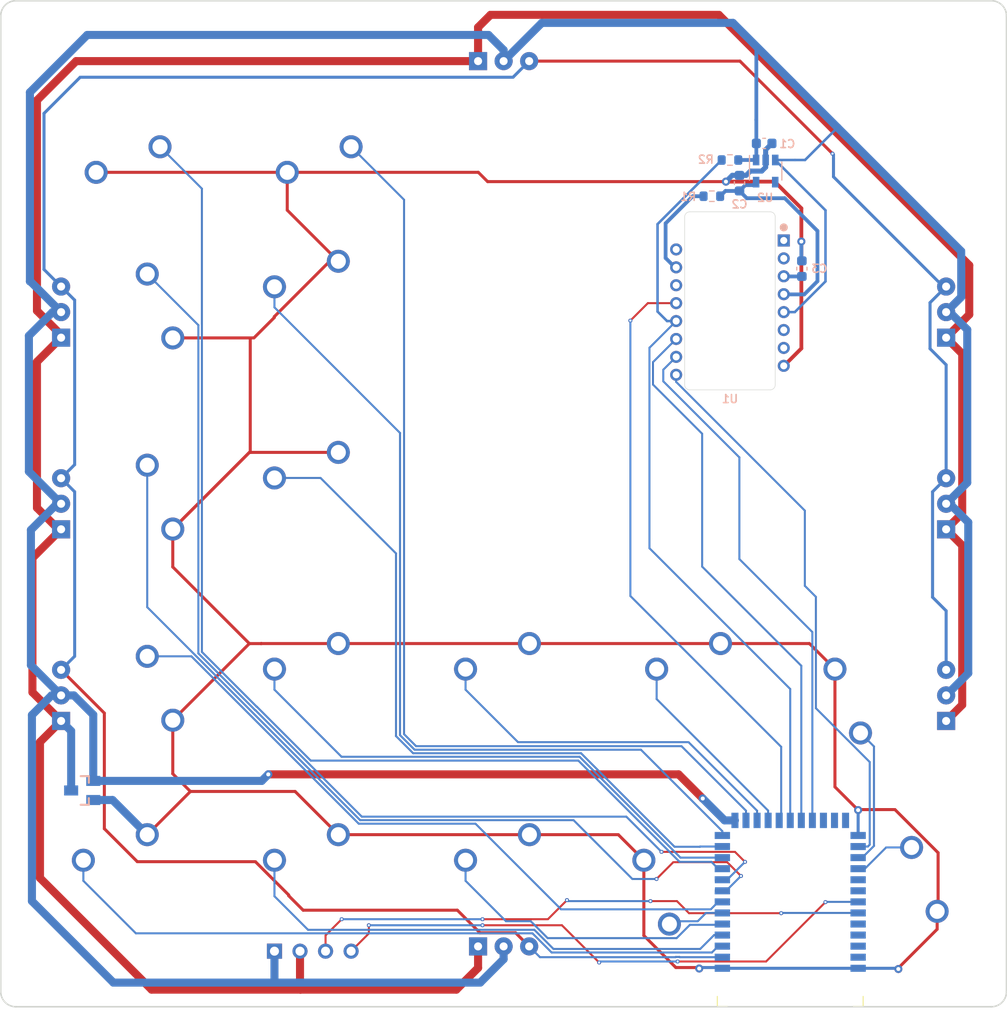
<source format=kicad_pcb>
(kicad_pcb (version 20211014) (generator pcbnew)
  (title_block (title "ortho-tb55-board") (rev "v1.0.0") (company "Unknown"))
  (layers (0 "F.Cu" signal) (31 "B.Cu" signal) (34 "B.Paste" user) (35 "F.Paste" user) (36 "B.SilkS" user "B.Silkscreen") (37 "F.SilkS" user "F.Silkscreen") (38 "B.Mask" user) (39 "F.Mask" user) (44 "Edge.Cuts" user))
  (net 0 "")
  (net 1 "GND")
  (net 2 "m_c1_r1")
  (net 3 "m_c1_r2")
  (net 4 "m_c1_r3")
  (net 5 "m_c1_r4")
  (net 6 "m_c1_r5")
  (net 7 "m_c2_r1")
  (net 8 "m_c2_r2")
  (net 9 "m_c2_r3")
  (net 10 "m_c2_r4")
  (net 11 "m_c2_r5")
  (net 12 "m_c3_r1")
  (net 13 "m_c3_r2")
  (net 14 "m_c4_r1")
  (net 15 "m_c4_r2")
  (net 16 "m_c5_r1")
  (net 17 "m_c5_r2")
  (net 18 "DMIN")
  (net 19 "DPLUS")
  (net 20 "ECA")
  (net 21 "m_c5_r5")
  (net 22 "m_c5_r3")
  (net 23 "m_c5_r4")
  (net 24 "ECC")
  (net 25 "XTRA")
  (net 26 "SWDCLK")
  (net 27 "SWDIO")
  (net 28 "VBUS")
  (net 29 "VCC")
  (net 30 "GND_P")
  (net 31 "NCS")
  (net 32 "MISO")
  (net 33 "MOSI")
  (net 34 "SCLK")
  (net 35 "MOTION")
  (footprint "MX" (layer "F.Cu") (at 50.025 -31.025)
    (fp_text reference "S12" hide)
    (fp_text value "" hide)
  )
  (footprint "MX" (layer "F.Cu") (at 69.025 -31.025)
    (fp_text reference "S14" hide)
    (fp_text value "" hide)
  )
  (footprint "MountingHole:MountingHole_2.2mm_M2" (layer "F.Cu") (at 97.5 -2.5)
    (fp_text reference "")
    (fp_text value "")
  )
  (footprint "MX" (layer "F.Cu") (at 31.025 -31.025)
    (fp_text reference "S7" hide)
    (fp_text value "" hide)
  )
  (footprint "MX" (layer "F.Cu") (at 31.025 -12.025)
    (fp_text reference "S6" hide)
    (fp_text value "" hide)
  )
  (footprint "MX" (layer "F.Cu") (at 12.025 -69.025 -90)
    (fp_text reference "S4" hide)
    (fp_text value "" hide)
  )
  (footprint "MountingHole:MountingHole_3.2mm_M3" (layer "F.Cu") (at 72.5 -70.5 159)
    (fp_text reference "")
    (fp_text value "")
  )
  (footprint "four_pin_header" (layer "F.Cu") (at 31.025 -5.525 90)
    (fp_text reference "")
    (fp_text value "")
  )
  (footprint "MountingHole:MountingHole_3.2mm_M3" (layer "F.Cu") (at 72.5 -70.5 180)
    (fp_text reference "")
    (fp_text value "")
  )
  (footprint "MountingHole:MountingHole_2.2mm_M2" (layer "F.Cu") (at 2.5 -2.5)
    (fp_text reference "")
    (fp_text value "")
  )
  (footprint "MX" (layer "F.Cu") (at 50.025 -12.025)
    (fp_text reference "S11" hide)
    (fp_text value "" hide)
  )
  (footprint "MX" (layer "F.Cu") (at 88.025 -31.025 90)
    (fp_text reference "S16" hide)
    (fp_text value "" hide)
  )
  (footprint "MountingHole:MountingHole_3.2mm_M3" (layer "F.Cu") (at 72.5 -70.5 170)
    (fp_text reference "")
    (fp_text value "")
  )
  (footprint "MX" (layer "F.Cu") (at 31.025 -50.025)
    (fp_text reference "S8" hide)
    (fp_text value "" hide)
  )
  (footprint "MX" (layer "F.Cu") (at 69.025 -12.025 90)
    (fp_text reference "S13" hide)
    (fp_text value "" hide)
  )
  (footprint "MX" (layer "F.Cu") (at 88.025 -12.025 -90)
    (fp_text reference "S15" hide)
    (fp_text value "" hide)
  )
  (footprint "MX" (layer "F.Cu") (at 12.025 -12.025)
    (fp_text reference "S1" hide)
    (fp_text value "" hide)
  )
  (footprint "MX" (layer "F.Cu") (at 31.025 -69.025)
    (fp_text reference "S9" hide)
    (fp_text value "" hide)
  )
  (footprint "MX" (layer "F.Cu") (at 12.025 -88.025 180)
    (fp_text reference "S5" hide)
    (fp_text value "" hide)
  )
  (footprint "MountingHole:MountingHole_2.2mm_M2" (layer "F.Cu") (at 2.5 -97.5)
    (fp_text reference "")
    (fp_text value "")
  )
  (footprint "MX" (layer "F.Cu") (at 12.025 -31.025 -90)
    (fp_text reference "S2" hide)
    (fp_text value "" hide)
  )
  (footprint "MountingHole:MountingHole_2.2mm_M2" (layer "F.Cu") (at 97.5 -97.5)
    (fp_text reference "")
    (fp_text value "")
  )
  (footprint "MountingHole:MountingHole_3.2mm_M3" (layer "F.Cu") (at 72.5 -70.5 148)
    (fp_text reference "")
    (fp_text value "")
  )
  (footprint "MX" (layer "F.Cu") (at 12.025 -50.025 -90)
    (fp_text reference "S3" hide)
    (fp_text value "" hide)
  )
  (footprint "MX" (layer "F.Cu") (at 31.025 -88.025 180)
    (fp_text reference "S10" hide)
    (fp_text value "" hide)
  )
  (footprint "MountingHole:MountingHole_3.2mm_M3" (layer "F.Cu") (at 72.5 -70.5 136)
    (fp_text reference "")
    (fp_text value "")
  )
  (footprint "magnetic_connector" (layer "B.Cu") (at 94 -50 180)
    (fp_text reference "")
    (fp_text value "")
  )
  (footprint "magnetic_connector" (layer "B.Cu") (at 50 -94 90)
    (fp_text reference "")
    (fp_text value "")
  )
  (footprint "magnetic_connector" (layer "B.Cu") (at 50 -6 90)
    (fp_text reference "")
    (fp_text value "")
  )
  (footprint "magnetic_connector" (layer "B.Cu") (at 94 -30.95 180)
    (fp_text reference "")
    (fp_text value "")
  )
  (footprint "Capacitor_SMD:C_0603_1608Metric" (layer "B.Cu") (at 73.455 -81.87 90)
    (fp_text reference "C2")
    (fp_text value "1u")
  )
  (footprint "magnetic_connector" (layer "B.Cu") (at 6 -69.05 180)
    (fp_text reference "")
    (fp_text value "")
  )
  (footprint "magnetic_connector" (layer "B.Cu") (at 94 -69.05 180)
    (fp_text reference "")
    (fp_text value "")
  )
  (footprint "magnetic_connector" (layer "B.Cu") (at 6 -50 180)
    (fp_text reference "")
    (fp_text value "")
  )
  (footprint "Capacitor_SMD:C_0603_1608Metric" (layer "B.Cu") (at 79.655 -73.37 90)
    (fp_text reference "C3")
    (fp_text value "4.7u")
  )
  (footprint "PMW3360:PMW3360" (layer "B.Cu") (at 77.855 -76.17 180)
    (fp_text reference "U1")
    (fp_text value "PMW3360")
  )
  (footprint "Resistor_SMD:R_0603_1608Metric" (layer "B.Cu") (at 70.705 -80.57 180)
    (fp_text reference "R1")
    (fp_text value "39")
  )
  (footprint "nRF52840_holyiot_18010" (layer "B.Cu") (at 78.5 -9.525)
    (fp_text reference "")
    (fp_text value "nRF52840_holyiot_18010")
  )
  (footprint "magnetic_connector" (layer "B.Cu") (at 6 -30.95 180)
    (fp_text reference "")
    (fp_text value "")
  )
  (footprint "SOT23" (layer "B.Cu") (at 8.1 -21.5 -90)
    (fp_text reference "")
    (fp_text value "SOT23")
  )
  (footprint "Package_TO_SOT_SMD:SOT-23-5" (layer "B.Cu") (at 76.055 -83.07 -90)
    (fp_text reference "U2")
    (fp_text value "TCR2EF19")
  )
  (footprint "Capacitor_SMD:C_0603_1608Metric" (layer "B.Cu") (at 75.905 -85.82 180)
    (fp_text reference "C1")
    (fp_text value "0.1u")
  )
  (footprint "Resistor_SMD:R_0603_1608Metric" (layer "B.Cu") (at 72.505 -84.17 180)
    (fp_text reference "R2")
    (fp_text value "10k")
  )
  (gr_line (start 0 -98.5) (end 0 -1.5) (layer "Edge.Cuts") (width 0.15))
  (gr_line (start 77.005 -78.52) (end 77.005 -61.82) (layer "Edge.Cuts") (width 0.05))
  (gr_arc (start 76.505 -79.02) (mid 76.858553 -78.873553) (end 77.005 -78.52) (layer "Edge.Cuts") (width 0.05))
  (gr_line (start 76.505 -61.32) (end 68.505 -61.32) (layer "Edge.Cuts") (width 0.05))
  (gr_line (start 68.005 -61.82) (end 68.005 -78.52) (layer "Edge.Cuts") (width 0.05))
  (gr_arc (start 68.505 -61.32) (mid 68.151447 -61.466447) (end 68.005 -61.82) (layer "Edge.Cuts") (width 0.05))
  (gr_arc (start 68.005 -78.52) (mid 68.151447 -78.873553) (end 68.505 -79.02) (layer "Edge.Cuts") (width 0.05))
  (gr_arc (start 77.005 -61.82) (mid 76.858553 -61.466447) (end 76.505 -61.32) (layer "Edge.Cuts") (width 0.05))
  (gr_arc (start 98.5 -100) (mid 99.56066 -99.56066) (end 100 -98.5) (layer "Edge.Cuts") (width 0.15))
  (gr_line (start 100 -1.5) (end 100 -98.5) (layer "Edge.Cuts") (width 0.15))
  (gr_arc (start 100 -1.5) (mid 99.56066 -0.43934) (end 98.5 0) (layer "Edge.Cuts") (width 0.15))
  (gr_line (start 68.505 -79.02) (end 76.505 -79.02) (layer "Edge.Cuts") (width 0.05))
  (gr_arc (start 0 -98.5) (mid 0.43934 -99.56066) (end 1.5 -100) (layer "Edge.Cuts") (width 0.15))
  (gr_line (start 98.5 -100) (end 1.5 -100) (layer "Edge.Cuts") (width 0.15))
  (gr_line (start 1.5 0) (end 98.5 0) (layer "Edge.Cuts") (width 0.15))
  (gr_arc (start 1.5 0) (mid 0.43934 -0.43934) (end 0 -1.5) (layer "Edge.Cuts") (width 0.15))
  (gr_text "" (at 72.505 -70.805) (layer "B.SilkS") (effects (font (size 1.27 1.27)) (justify mirror)))
  (gr_text "" (at 72.505 -70.805) (layer "B.SilkS") (effects (font (size 1.27 1.27)) (justify mirror)))
  (gr_text "" (at 72.505 -70.805) (layer "B.SilkS") (effects (font (size 1.27 1.27)) (justify mirror)))
  (gr_text "" (at 72.505 -70.805) (layer "B.SilkS") (effects (font (size 1.27 1.27)) (justify mirror)))
  (gr_text "" (at 72.505 -70.805) (layer "B.SilkS") (effects (font (size 1.27 1.27)) (justify mirror)))
  (gr_text "" (at 72.505 -70.805) (layer "B.SilkS") (effects (font (size 1.27 1.27)) (justify mirror)))
  (gr_text "" (at 72.505 -70.805) (layer "B.SilkS") (effects (font (size 1.27 1.27)) (justify mirror)))
  (gr_text "" (at 72.505 -70.805) (layer "B.SilkS") (effects (font (size 1.27 1.27)) (justify mirror)))
  (gr_text "" (at 72.505 -70.805) (layer "B.SilkS") (effects (font (size 1.27 1.27)) (justify mirror)))
  (gr_text "" (at 72.505 -70.805) (layer "B.SilkS") (effects (font (size 1.27 1.27)) (justify mirror)))
  (segment (start 66.105002 -74.429988) (end 66.105002 -77.87091) (width 0.375) (layer "B.Cu") (net 0))
  (segment (start 68.804092 -80.57) (end 69.88 -80.57) (width 0.375) (layer "B.Cu") (net 0))
  (segment (start 79.895 -70.81) (end 81.205 -72.12) (width 0.375) (layer "B.Cu") (net 0))
  (segment (start 73.455 -81.095) (end 72.055 -81.095) (width 0.375) (layer "B.Cu") (net 0))
  (segment (start 77.855 -70.81) (end 79.895 -70.81) (width 0.375) (layer "B.Cu") (net 0))
  (segment (start 81.205 -72.12) (end 81.205 -77.12) (width 0.375) (layer "B.Cu") (net 0))
  (segment (start 74.805 -81.67) (end 74.03 -81.67) (width 0.375) (layer "B.Cu") (net 0))
  (segment (start 75.105 -81.97) (end 74.805 -81.67) (width 0.375) (layer "B.Cu") (net 0))
  (segment (start 74.03 -81.67) (end 73.455 -81.095) (width 0.375) (layer "B.Cu") (net 0))
  (segment (start 79.655 -72.595) (end 77.86 -72.595) (width 0.375) (layer "B.Cu") (net 0))
  (segment (start 77.955 -80.37) (end 74.18 -80.37) (width 0.375) (layer "B.Cu") (net 0))
  (segment (start 72.055 -81.095) (end 71.53 -80.57) (width 0.375) (layer "B.Cu") (net 0))
  (segment (start 66.105002 -77.87091) (end 68.804092 -80.57) (width 0.375) (layer "B.Cu") (net 0))
  (segment (start 81.205 -77.12) (end 77.955 -80.37) (width 0.375) (layer "B.Cu") (net 0))
  (segment (start 74.18 -80.37) (end 73.455 -81.095) (width 0.375) (layer "B.Cu") (net 0))
  (segment (start 67.05499 -73.48) (end 66.105002 -74.429988) (width 0.375) (layer "B.Cu") (net 0))
  (segment (start 82.945 -21.855) (end 82.945 -33.565) (width 0.3) (layer "F.Cu") (net 1))
  (segment (start 17.105 -23.155) (end 18.86 -21.4) (width 0.3) (layer "F.Cu") (net 1))
  (segment (start 17.105 -43.715) (end 24.72 -36.1) (width 0.3) (layer "F.Cu") (net 1))
  (segment (start 79.605 -76.07) (end 79.605 -65.44) (width 0.375) (layer "F.Cu") (net 1))
  (segment (start 47.485 -82.945) (end 28.485 -82.945) (width 0.3) (layer "F.Cu") (net 1))
  (segment (start 93.2 -15.31073) (end 88.91073 -19.6) (width 0.3) (layer "F.Cu") (net 1))
  (segment (start 25.9 -36.1) (end 25.905 -36.105) (width 0.3) (layer "F.Cu") (net 1))
  (segment (start 24.72 -36.1) (end 25.9 -36.1) (width 0.3) (layer "F.Cu") (net 1))
  (segment (start 24.805 -55.105) (end 33.565 -55.105) (width 0.3) (layer "F.Cu") (net 1))
  (segment (start 17.105 -28.485) (end 17.105 -23.155) (width 0.3) (layer "F.Cu") (net 1))
  (segment (start 63.945 -7.077887) (end 67.122887 -3.9) (width 0.3) (layer "F.Cu") (net 1))
  (segment (start 24.805 -66.475) (end 24.815 -66.485) (width 0.3) (layer "F.Cu") (net 1))
  (segment (start 80.405 -36.105) (end 82.945 -33.565) (width 0.3) (layer "F.Cu") (net 1))
  (segment (start 28.485 -79.185) (end 33.565 -74.105) (width 0.3) (layer "F.Cu") (net 1))
  (segment (start 17.105 -28.485) (end 24.72 -36.1) (width 0.3) (layer "F.Cu") (net 1))
  (segment (start 88.91073 -19.6) (end 85.2 -19.6) (width 0.3) (layer "F.Cu") (net 1))
  (segment (start 93.2 -9.8) (end 93.2 -15.31073) (width 0.3) (layer "F.Cu") (net 1))
  (segment (start 17.105 -47.485) (end 24.725 -55.105) (width 0.3) (layer "F.Cu") (net 1))
  (segment (start 17.105 -47.485) (end 17.105 -43.715) (width 0.3) (layer "F.Cu") (net 1))
  (segment (start 29.27 -21.4) (end 33.565 -17.105) (width 0.3) (layer "F.Cu") (net 1))
  (segment (start 28.485 -82.945) (end 28.485 -79.185) (width 0.3) (layer "F.Cu") (net 1))
  (segment (start 79.605 -79.37) (end 79.605 -76.07) (width 0.375) (layer "F.Cu") (net 1))
  (segment (start 33.565 -17.105) (end 52.565 -17.105) (width 0.3) (layer "F.Cu") (net 1))
  (segment (start 24.8 -55.1) (end 24.805 -55.105) (width 0.3) (layer "F.Cu") (net 1))
  (segment (start 52.565 -17.105) (end 61.405 -17.105) (width 0.3) (layer "F.Cu") (net 1))
  (segment (start 67.122887 -3.9) (end 69.4 -3.9) (width 0.3) (layer "F.Cu") (net 1))
  (segment (start 93.105 -9.485) (end 93.105 -7.705) (width 0.3) (layer "F.Cu") (net 1))
  (segment (start 72.105 -82.02) (end 48.41 -82.02) (width 0.3) (layer "F.Cu") (net 1))
  (segment (start 9.485 -82.945) (end 28.485 -82.945) (width 0.3) (layer "F.Cu") (net 1))
  (segment (start 24.815 -66.485) (end 25.173363 -66.485) (width 0.3) (layer "F.Cu") (net 1))
  (segment (start 61.405 -17.105) (end 63.945 -14.565) (width 0.3) (layer "F.Cu") (net 1))
  (segment (start 27.195421 -68.507058) (end 27.195421 -68.595421) (width 0.3) (layer "F.Cu") (net 1))
  (segment (start 17.105 -66.485) (end 24.815 -66.485) (width 0.3) (layer "F.Cu") (net 1))
  (segment (start 93.105 -7.705) (end 89.2 -3.8) (width 0.3) (layer "F.Cu") (net 1))
  (segment (start 25.173363 -66.485) (end 27.195421 -68.507058) (width 0.3) (layer "F.Cu") (net 1))
  (segment (start 63.945 -14.565) (end 63.945 -7.077887) (width 0.3) (layer "F.Cu") (net 1))
  (segment (start 25.905 -36.105) (end 33.565 -36.105) (width 0.3) (layer "F.Cu") (net 1))
  (segment (start 72.105 -82.02) (end 76.955 -82.02) (width 0.375) (layer "F.Cu") (net 1))
  (segment (start 33.565 -36.105) (end 52.565 -36.105) (width 0.3) (layer "F.Cu") (net 1))
  (segment (start 79.605 -65.44) (end 77.855 -63.69) (width 0.375) (layer "F.Cu") (net 1))
  (segment (start 14.565 -17.105) (end 18.86 -21.4) (width 0.3) (layer "F.Cu") (net 1))
  (segment (start 27.195421 -68.595421) (end 32.705 -74.105) (width 0.3) (layer "F.Cu") (net 1))
  (segment (start 32.705 -74.105) (end 33.565 -74.105) (width 0.3) (layer "F.Cu") (net 1))
  (segment (start 52.565 -36.105) (end 71.565 -36.105) (width 0.3) (layer "F.Cu") (net 1))
  (segment (start 93.105 -9.485) (end 93.105 -9.705) (width 0.3) (layer "F.Cu") (net 1))
  (segment (start 85.2 -19.6) (end 82.945 -21.855) (width 0.3) (layer "F.Cu") (net 1))
  (segment (start 24.72 -55.1) (end 24.8 -55.1) (width 0.3) (layer "F.Cu") (net 1))
  (segment (start 18.86 -21.4) (end 29.27 -21.4) (width 0.3) (layer "F.Cu") (net 1))
  (segment (start 71.565 -36.105) (end 80.405 -36.105) (width 0.3) (layer "F.Cu") (net 1))
  (segment (start 93.105 -9.705) (end 93.2 -9.8) (width 0.3) (layer "F.Cu") (net 1))
  (segment (start 17.105 -47.485) (end 24.72 -55.1) (width 0.3) (layer "F.Cu") (net 1))
  (segment (start 24.805 -55.105) (end 24.805 -66.475) (width 0.3) (layer "F.Cu") (net 1))
  (segment (start 48.41 -82.02) (end 47.485 -82.945) (width 0.3) (layer "F.Cu") (net 1))
  (segment (start 24.725 -55.105) (end 24.805 -55.105) (width 0.3) (layer "F.Cu") (net 1))
  (segment (start 76.955 -82.02) (end 79.605 -79.37) (width 0.375) (layer "F.Cu") (net 1))
  (via (at 69.45 -3.8005) (size 0.8) (drill 0.4) (layers "F.Cu" "B.Cu") (net 1))
  (via (at 89.25 -3.75) (size 0.8) (drill 0.4) (layers "F.Cu" "B.Cu") (net 1))
  (via (at 72.105 -82.02) (size 0.8) (drill 0.4) (layers "F.Cu" "B.Cu") (net 1))
  (via (at 79.605 -76.07) (size 0.8) (drill 0.4) (layers "F.Cu" "B.Cu") (net 1))
  (via (at 85.25 -19.55) (size 0.8) (drill 0.4) (layers "F.Cu" "B.Cu") (net 1))
  (segment (start 72.73 -82.645) (end 72.105 -82.02) (width 0.5) (layer "B.Cu") (net 1))
  (segment (start 76.055 -83.454998) (end 75.670002 -83.07) (width 0.5) (layer "B.Cu") (net 1))
  (segment (start 9.2 -20.55) (end 11.12 -20.55) (width 0.8) (layer "B.Cu") (net 1))
  (segment (start 74.539998 -83.07) (end 74.114998 -82.645) (width 0.5) (layer "B.Cu") (net 1))
  (segment (start 89.2 -3.8) (end 89.175 -3.825) (width 0.3) (layer "B.Cu") (net 1))
  (segment (start 73.455 -82.645) (end 72.73 -82.645) (width 0.5) (layer "B.Cu") (net 1))
  (segment (start 79.605 -75.345) (end 79.555 -75.295) (width 0.25) (layer "B.Cu") (net 1))
  (segment (start 71.675 -3.9) (end 71.75 -3.825) (width 0.3) (layer "B.Cu") (net 1))
  (segment (start 76.68 -85.82) (end 76.055 -85.195) (width 0.5) (layer "B.Cu") (net 1))
  (segment (start 11.12 -20.55) (end 14.565 -17.105) (width 0.8) (layer "B.Cu") (net 1))
  (segment (start 74.114998 -82.645) (end 73.455 -82.645) (width 0.5) (layer "B.Cu") (net 1))
  (segment (start 89.175 -3.825) (end 85.25 -3.825) (width 0.3) (layer "B.Cu") (net 1))
  (segment (start 69.4 -3.9) (end 71.675 -3.9) (width 0.3) (layer "B.Cu") (net 1))
  (segment (start 76.055 -85.195) (end 76.055 -84.17) (width 0.5) (layer "B.Cu") (net 1))
  (segment (start 85.25 -3.825) (end 71.75 -3.825) (width 0.3) (layer "B.Cu") (net 1))
  (segment (start 85.25 -17.025) (end 85.25 -19.55) (width 0.3) (layer "B.Cu") (net 1))
  (segment (start 79.605 -75.195) (end 79.655 -75.145) (width 0.25) (layer "B.Cu") (net 1))
  (segment (start 76.055 -84.17) (end 76.055 -83.454998) (width 0.5) (layer "B.Cu") (net 1))
  (segment (start 79.605 -76.07) (end 79.605 -74.195) (width 0.375) (layer "B.Cu") (net 1))
  (segment (start 75.670002 -83.07) (end 74.539998 -83.07) (width 0.5) (layer "B.Cu") (net 1))
  (segment (start 54.770587 -5.395068) (end 52.866144 -7.299511) (width 0.2) (layer "B.Cu") (net 2))
  (segment (start 70.708068 -5.395068) (end 54.770587 -5.395068) (width 0.2) (layer "B.Cu") (net 2))
  (segment (start 71.75 -6.025) (end 71.338 -6.025) (width 0.2) (layer "B.Cu") (net 2))
  (segment (start 8.215 -12.520901) (end 8.215 -14.565) (width 0.2) (layer "B.Cu") (net 2))
  (segment (start 71.338 -6.025) (end 70.708068 -5.395068) (width 0.2) (layer "B.Cu") (net 2))
  (segment (start 52.866144 -7.299511) (end 13.43639 -7.299511) (width 0.2) (layer "B.Cu") (net 2))
  (segment (start 13.43639 -7.299511) (end 8.215 -12.520901) (width 0.2) (layer "B.Cu") (net 2))
  (segment (start 47.202 -18.198) (end 35.591496 -18.198) (width 0.2) (layer "B.Cu") (net 3))
  (segment (start 71.338 -10.425) (end 70.594579 -9.681579) (width 0.2) (layer "B.Cu") (net 3))
  (segment (start 35.591496 -18.198) (end 18.954496 -34.835) (width 0.2) (layer "B.Cu") (net 3))
  (segment (start 71.75 -10.425) (end 71.338 -10.425) (width 0.2) (layer "B.Cu") (net 3))
  (segment (start 70.594579 -9.681579) (end 55.718421 -9.681579) (width 0.2) (layer "B.Cu") (net 3))
  (segment (start 55.718421 -9.681579) (end 47.202 -18.198) (width 0.2) (layer "B.Cu") (net 3))
  (segment (start 18.954496 -34.835) (end 14.565 -34.835) (width 0.2) (layer "B.Cu") (net 3))
  (segment (start 72.231579 -14.368421) (end 73.6 -13) (width 0.2) (layer "F.Cu") (net 4))
  (segment (start 65.2 -12.7) (end 66.868421 -14.368421) (width 0.2) (layer "F.Cu") (net 4))
  (segment (start 66.868421 -14.368421) (end 72.231579 -14.368421) (width 0.2) (layer "F.Cu") (net 4))
  (via (at 73.6 -13) (size 0.4) (drill 0.2) (layers "F.Cu" "B.Cu") (net 4))
  (via (at 65.2 -12.7) (size 0.4) (drill 0.2) (layers "F.Cu" "B.Cu") (net 4))
  (segment (start 56.952489 -18.547511) (end 62.8 -12.7) (width 0.2) (layer "B.Cu") (net 4))
  (segment (start 14.565 -39.71878) (end 35.736269 -18.547511) (width 0.2) (layer "B.Cu") (net 4))
  (segment (start 73.6 -13) (end 72.125 -11.525) (width 0.2) (layer "B.Cu") (net 4))
  (segment (start 72.125 -11.525) (end 71.75 -11.525) (width 0.2) (layer "B.Cu") (net 4))
  (segment (start 35.736269 -18.547511) (end 56.952489 -18.547511) (width 0.2) (layer "B.Cu") (net 4))
  (segment (start 62.8 -12.7) (end 65.2 -12.7) (width 0.2) (layer "B.Cu") (net 4))
  (segment (start 14.565 -53.835) (end 14.565 -39.71878) (width 0.2) (layer "B.Cu") (net 4))
  (segment (start 65.7 -15.4) (end 73 -15.4) (width 0.2) (layer "F.Cu") (net 5))
  (segment (start 73 -15.4) (end 74 -14.4) (width 0.2) (layer "F.Cu") (net 5))
  (via (at 65.7 -15.4) (size 0.4) (drill 0.2) (layers "F.Cu" "B.Cu") (net 5))
  (via (at 74 -14.4) (size 0.4) (drill 0.2) (layers "F.Cu" "B.Cu") (net 5))
  (segment (start 25.302996 -29.475068) (end 25.319216 -29.475068) (width 0.2) (layer "B.Cu") (net 5))
  (segment (start 62.202978 -18.897022) (end 65.7 -15.4) (width 0.2) (layer "B.Cu") (net 5))
  (segment (start 19.650489 -67.749511) (end 19.650489 -35.127574) (width 0.2) (layer "B.Cu") (net 5))
  (segment (start 72.225 -12.625) (end 71.75 -12.625) (width 0.2) (layer "B.Cu") (net 5))
  (segment (start 25.319216 -29.475068) (end 35.897262 -18.897022) (width 0.2) (layer "B.Cu") (net 5))
  (segment (start 74 -14.4) (end 72.225 -12.625) (width 0.2) (layer "B.Cu") (net 5))
  (segment (start 19.650489 -35.127574) (end 25.302996 -29.475068) (width 0.2) (layer "B.Cu") (net 5))
  (segment (start 35.897262 -18.897022) (end 62.202978 -18.897022) (width 0.2) (layer "B.Cu") (net 5))
  (segment (start 14.565 -72.835) (end 19.650489 -67.749511) (width 0.2) (layer "B.Cu") (net 5))
  (segment (start 70.663 -14.4) (end 71.338 -13.725) (width 0.2) (layer "B.Cu") (net 6))
  (segment (start 71.338 -13.725) (end 71.75 -13.725) (width 0.2) (layer "B.Cu") (net 6))
  (segment (start 15.835 -85.485) (end 20 -81.32) (width 0.2) (layer "B.Cu") (net 6))
  (segment (start 30.820722 -24.467845) (end 57.432155 -24.467845) (width 0.2) (layer "B.Cu") (net 6))
  (segment (start 57.432155 -24.467845) (end 67.5 -14.4) (width 0.2) (layer "B.Cu") (net 6))
  (segment (start 20 -81.32) (end 20 -35.272347) (width 0.2) (layer "B.Cu") (net 6))
  (segment (start 25.463988 -29.824579) (end 30.820722 -24.467845) (width 0.2) (layer "B.Cu") (net 6))
  (segment (start 25.447768 -29.824579) (end 25.463988 -29.824579) (width 0.2) (layer "B.Cu") (net 6))
  (segment (start 67.5 -14.4) (end 70.663 -14.4) (width 0.2) (layer "B.Cu") (net 6))
  (segment (start 20 -35.272347) (end 25.447768 -29.824579) (width 0.2) (layer "B.Cu") (net 6))
  (segment (start 54.961137 -5.744579) (end 53.056694 -7.649022) (width 0.2) (layer "B.Cu") (net 7))
  (segment (start 69.544579 -5.744579) (end 54.961137 -5.744579) (width 0.2) (layer "B.Cu") (net 7))
  (segment (start 53.056694 -7.649022) (end 30.550978 -7.649022) (width 0.2) (layer "B.Cu") (net 7))
  (segment (start 71.75 -7.125) (end 70.925 -7.125) (width 0.2) (layer "B.Cu") (net 7))
  (segment (start 70.925 -7.125) (end 69.544579 -5.744579) (width 0.2) (layer "B.Cu") (net 7))
  (segment (start 30.550978 -7.649022) (end 27.215 -10.985) (width 0.2) (layer "B.Cu") (net 7))
  (segment (start 27.215 -10.985) (end 27.215 -14.565) (width 0.2) (layer "B.Cu") (net 7))
  (segment (start 67.580717 -14.825) (end 57.555228 -24.850489) (width 0.2) (layer "B.Cu") (net 8))
  (segment (start 33.885412 -24.850489) (end 27.215 -31.520901) (width 0.2) (layer "B.Cu") (net 8))
  (segment (start 71.75 -14.825) (end 67.580717 -14.825) (width 0.2) (layer "B.Cu") (net 8))
  (segment (start 57.555228 -24.850489) (end 33.885412 -24.850489) (width 0.2) (layer "B.Cu") (net 8))
  (segment (start 27.215 -31.520901) (end 27.215 -33.565) (width 0.2) (layer "B.Cu") (net 8))
  (segment (start 69.522232 -15.904579) (end 66.995421 -15.904579) (width 0.2) (layer "B.Cu") (net 9))
  (segment (start 39.3 -45.064099) (end 31.799099 -52.565) (width 0.2) (layer "B.Cu") (net 9))
  (segment (start 71.75 -15.925) (end 69.542653 -15.925) (width 0.2) (layer "B.Cu") (net 9))
  (segment (start 69.542653 -15.925) (end 69.522232 -15.904579) (width 0.2) (layer "B.Cu") (net 9))
  (segment (start 39.3 -26.905717) (end 39.3 -45.064099) (width 0.2) (layer "B.Cu") (net 9))
  (segment (start 31.799099 -52.565) (end 27.215 -52.565) (width 0.2) (layer "B.Cu") (net 9))
  (segment (start 41.005717 -25.2) (end 39.3 -26.905717) (width 0.2) (layer "B.Cu") (net 9))
  (segment (start 66.995421 -15.904579) (end 57.7 -25.2) (width 0.2) (layer "B.Cu") (net 9))
  (segment (start 57.7 -25.2) (end 41.005717 -25.2) (width 0.2) (layer "B.Cu") (net 9))
  (segment (start 27.215 -69.520901) (end 27.215 -71.565) (width 0.2) (layer "B.Cu") (net 10))
  (segment (start 71.75 -17.45) (end 63.649511 -25.550489) (width 0.2) (layer "B.Cu") (net 10))
  (segment (start 39.7 -27) (end 39.7 -57.035901) (width 0.2) (layer "B.Cu") (net 10))
  (segment (start 71.75 -17.025) (end 71.75 -17.45) (width 0.2) (layer "B.Cu") (net 10))
  (segment (start 63.649511 -25.550489) (end 41.149511 -25.550489) (width 0.2) (layer "B.Cu") (net 10))
  (segment (start 41.149511 -25.550489) (end 39.7 -27) (width 0.2) (layer "B.Cu") (net 10))
  (segment (start 39.7 -57.035901) (end 27.215 -69.520901) (width 0.2) (layer "B.Cu") (net 10))
  (segment (start 41.3 -25.9) (end 40.1 -27.1) (width 0.2) (layer "B.Cu") (net 11))
  (segment (start 74.1 -18.525) (end 74.1 -19.487) (width 0.2) (layer "B.Cu") (net 11))
  (segment (start 74.1 -19.487) (end 67.687 -25.9) (width 0.2) (layer "B.Cu") (net 11))
  (segment (start 40.1 -80.22) (end 34.835 -85.485) (width 0.2) (layer "B.Cu") (net 11))
  (segment (start 40.1 -27.1) (end 40.1 -80.22) (width 0.2) (layer "B.Cu") (net 11))
  (segment (start 67.687 -25.9) (end 41.3 -25.9) (width 0.2) (layer "B.Cu") (net 11))
  (segment (start 71.670421 -8.145421) (end 68.527768 -8.145421) (width 0.2) (layer "B.Cu") (net 12))
  (segment (start 71.75 -8.225) (end 71.670421 -8.145421) (width 0.2) (layer "B.Cu") (net 12))
  (segment (start 54.377511 -6.822489) (end 52.7 -8.5) (width 0.2) (layer "B.Cu") (net 12))
  (segment (start 50.235901 -8.5) (end 46.215 -12.520901) (width 0.2) (layer "B.Cu") (net 12))
  (segment (start 68.527768 -8.145421) (end 67.204836 -6.822489) (width 0.2) (layer "B.Cu") (net 12))
  (segment (start 46.215 -12.520901) (end 46.215 -14.565) (width 0.2) (layer "B.Cu") (net 12))
  (segment (start 52.7 -8.5) (end 50.235901 -8.5) (width 0.2) (layer "B.Cu") (net 12))
  (segment (start 67.204836 -6.822489) (end 54.377511 -6.822489) (width 0.2) (layer "B.Cu") (net 12))
  (segment (start 46.215 -33.565) (end 46.215 -31.520901) (width 0.2) (layer "B.Cu") (net 13))
  (segment (start 51.435901 -26.3) (end 68.387 -26.3) (width 0.2) (layer "B.Cu") (net 13))
  (segment (start 75.2 -19.487) (end 75.2 -18.525) (width 0.2) (layer "B.Cu") (net 13))
  (segment (start 68.387 -26.3) (end 75.2 -19.487) (width 0.2) (layer "B.Cu") (net 13))
  (segment (start 46.215 -31.520901) (end 51.435901 -26.3) (width 0.2) (layer "B.Cu") (net 13))
  (segment (start 71.75 -9.325) (end 70.125 -9.325) (width 0.2) (layer "B.Cu") (net 14))
  (segment (start 66.764932 -8.494932) (end 66.485 -8.215) (width 0.2) (layer "B.Cu") (net 14))
  (segment (start 70.125 -9.325) (end 69.294932 -8.494932) (width 0.2) (layer "B.Cu") (net 14))
  (segment (start 69.294932 -8.494932) (end 66.764932 -8.494932) (width 0.2) (layer "B.Cu") (net 14))
  (segment (start 76.3 -18.525) (end 76.3 -19.5) (width 0.2) (layer "B.Cu") (net 15))
  (segment (start 65.215 -30.585) (end 65.215 -33.565) (width 0.2) (layer "B.Cu") (net 15))
  (segment (start 76.3 -19.5) (end 65.215 -30.585) (width 0.2) (layer "B.Cu") (net 15))
  (segment (start 85.25 -13.725) (end 85.925 -13.725) (width 0.2) (layer "B.Cu") (net 16))
  (segment (start 85.925 -13.725) (end 88.035 -15.835) (width 0.2) (layer "B.Cu") (net 16))
  (segment (start 88.035 -15.835) (end 90.565 -15.835) (width 0.2) (layer "B.Cu") (net 16))
  (segment (start 85.662 -14.825) (end 86.824579 -15.987579) (width 0.2) (layer "B.Cu") (net 17))
  (segment (start 86.824579 -15.987579) (end 86.824579 -25.875421) (width 0.2) (layer "B.Cu") (net 17))
  (segment (start 85.25 -14.825) (end 85.662 -14.825) (width 0.2) (layer "B.Cu") (net 17))
  (segment (start 86.824579 -25.875421) (end 85.485 -27.215) (width 0.2) (layer "B.Cu") (net 17))
  (segment (start 82.7 -84.8) (end 73.5 -94) (width 0.3) (layer "F.Cu") (net 25))
  (segment (start 51.190489 -7.349511) (end 47.650489 -7.349511) (width 0.3) (layer "F.Cu") (net 25))
  (segment (start 30.06519 -9.6) (end 28.631579 -11.033611) (width 0.3) (layer "F.Cu") (net 25))
  (segment (start 73.5 -94) (end 52.54 -94) (width 0.3) (layer "F.Cu") (net 25))
  (segment (start 25.321559 -14.418421) (end 13.581579 -14.418421) (width 0.3) (layer "F.Cu") (net 25))
  (segment (start 47.650489 -7.349511) (end 45.4 -9.6) (width 0.3) (layer "F.Cu") (net 25))
  (segment (start 10.3 -29.19) (end 6 -33.49) (width 0.3) (layer "F.Cu") (net 25))
  (segment (start 45.4 -9.6) (end 30.06519 -9.6) (width 0.3) (layer "F.Cu") (net 25))
  (segment (start 28.631579 -11.108401) (end 25.321559 -14.418421) (width 0.3) (layer "F.Cu") (net 25))
  (segment (start 13.581579 -14.418421) (end 10.3 -17.7) (width 0.3) (layer "F.Cu") (net 25))
  (segment (start 10.3 -17.7) (end 10.3 -29.19) (width 0.3) (layer "F.Cu") (net 25))
  (segment (start 28.631579 -11.033611) (end 28.631579 -11.108401) (width 0.3) (layer "F.Cu") (net 25))
  (segment (start 52.54 -6) (end 51.190489 -7.349511) (width 0.3) (layer "F.Cu") (net 25))
  (via (at 82.7 -84.8) (size 0.4) (drill 0.2) (layers "F.Cu" "B.Cu") (net 25))
  (segment (start 94 -39.359276) (end 92.650489 -40.708787) (width 0.3) (layer "B.Cu") (net 25))
  (segment (start 4.3 -73.29) (end 6 -71.59) (width 0.3) (layer "B.Cu") (net 25))
  (segment (start 53.615 -4.925) (end 52.54 -6) (width 0.2) (layer "B.Cu") (net 25))
  (segment (start 93.71 -71.59) (end 93.7 -71.6) (width 0.3) (layer "B.Cu") (net 25))
  (segment (start 52.54 -94) (end 50.94 -92.4) (width 0.3) (layer "B.Cu") (net 25))
  (segment (start 67.11381 -4.949501) (end 67.089309 -4.925) (width 0.2) (layer "B.Cu") (net 25))
  (segment (start 7.349511 -70.240489) (end 7.349511 -53.889511) (width 0.3) (layer "B.Cu") (net 25))
  (segment (start 92.4 -65.410978) (end 94 -63.810978) (width 0.3) (layer "B.Cu") (net 25))
  (segment (start 82.8 -82.5) (end 82.8 -84.3) (width 0.3) (layer "B.Cu") (net 25))
  (segment (start 92.4 -69.99) (end 92.4 -65.410978) (width 0.3) (layer "B.Cu") (net 25))
  (segment (start 71.75 -4.925) (end 67.510691 -4.925) (width 0.2) (layer "B.Cu") (net 25))
  (segment (start 92.650489 -51.190489) (end 94 -52.54) (width 0.3) (layer "B.Cu") (net 25))
  (segment (start 67.510691 -4.925) (end 67.48619 -4.949501) (width 0.2) (layer "B.Cu") (net 25))
  (segment (start 6 -33.49) (end 7.349511 -34.839511) (width 0.3) (layer "B.Cu") (net 25))
  (segment (start 82.8 -84.7) (end 82.7 -84.8) (width 0.3) (layer "B.Cu") (net 25))
  (segment (start 50.94 -92.4) (end 7.9 -92.4) (width 0.3) (layer "B.Cu") (net 25))
  (segment (start 92.650489 -40.708787) (end 92.650489 -51.190489) (width 0.3) (layer "B.Cu") (net 25))
  (segment (start 67.48619 -4.949501) (end 67.11381 -4.949501) (width 0.2) (layer "B.Cu") (net 25))
  (segment (start 82.8 -84.3) (end 82.8 -84.7) (width 0.3) (layer "B.Cu") (net 25))
  (segment (start 94 -71.59) (end 93.71 -71.59) (width 0.3) (layer "B.Cu") (net 25))
  (segment (start 7.9 -92.4) (end 4.3 -88.8) (width 0.3) (layer "B.Cu") (net 25))
  (segment (start 4.3 -88.8) (end 4.3 -73.29) (width 0.3) (layer "B.Cu") (net 25))
  (segment (start 7.349511 -51.190489) (end 6 -52.54) (width 0.3) (layer "B.Cu") (net 25))
  (segment (start 67.089309 -4.925) (end 53.615 -4.925) (width 0.2) (layer "B.Cu") (net 25))
  (segment (start 6 -71.59) (end 7.349511 -70.240489) (width 0.3) (layer "B.Cu") (net 25))
  (segment (start 7.349511 -53.889511) (end 6 -52.54) (width 0.3) (layer "B.Cu") (net 25))
  (segment (start 94 -63.810978) (end 94 -52.54) (width 0.3) (layer "B.Cu") (net 25))
  (segment (start 94 -33.49) (end 94 -39.359276) (width 0.3) (layer "B.Cu") (net 25))
  (segment (start 93.7 -71.6) (end 82.8 -82.5) (width 0.3) (layer "B.Cu") (net 25))
  (segment (start 7.349511 -34.839511) (end 7.349511 -51.190489) (width 0.3) (layer "B.Cu") (net 25))
  (segment (start 94 -71.59) (end 92.4 -69.99) (width 0.3) (layer "B.Cu") (net 25))
  (segment (start 36.6 -7.29) (end 34.835 -5.525) (width 0.2) (layer "F.Cu") (net 26))
  (segment (start 36.6 -8.1) (end 36.6 -7.29) (width 0.2) (layer "F.Cu") (net 26))
  (segment (start 82 -10.4) (end 76.1 -4.5) (width 0.2) (layer "F.Cu") (net 26))
  (segment (start 76.1 -4.5) (end 67.3 -4.5) (width 0.2) (layer "F.Cu") (net 26))
  (segment (start 55.8 -8.1) (end 47.9 -8.1) (width 0.2) (layer "F.Cu") (net 26))
  (segment (start 59.5 -4.4) (end 55.8 -8.1) (width 0.2) (layer "F.Cu") (net 26))
  (via (at 82 -10.4) (size 0.4) (drill 0.2) (layers "F.Cu" "B.Cu") (net 26))
  (via (at 59.5 -4.4) (size 0.4) (drill 0.2) (layers "F.Cu" "B.Cu") (net 26))
  (via (at 36.6 -8.1) (size 0.4) (drill 0.2) (layers "F.Cu" "B.Cu") (net 26))
  (via (at 47.9 -8.1) (size 0.4) (drill 0.2) (layers "F.Cu" "B.Cu") (net 26))
  (via (at 67.3 -4.5) (size 0.4) (drill 0.2) (layers "F.Cu" "B.Cu") (net 26))
  (segment (start 85.25 -10.425) (end 82.025 -10.425) (width 0.2) (layer "B.Cu") (net 26))
  (segment (start 67.3 -4.5) (end 59.6 -4.5) (width 0.2) (layer "B.Cu") (net 26))
  (segment (start 82.025 -10.425) (end 82 -10.4) (width 0.2) (layer "B.Cu") (net 26))
  (segment (start 59.6 -4.5) (end 59.5 -4.4) (width 0.2) (layer "B.Cu") (net 26))
  (segment (start 47.9 -8.1) (end 36.6 -8.1) (width 0.2) (layer "B.Cu") (net 26))
  (segment (start 68.435901 -9.3) (end 67.235901 -10.5) (width 0.2) (layer "F.Cu") (net 27))
  (segment (start 32.295 -7.095) (end 32.295 -5.525) (width 0.2) (layer "F.Cu") (net 27))
  (segment (start 56.3 -10.6) (end 54.4 -8.7) (width 0.2) (layer "F.Cu") (net 27))
  (segment (start 77.6 -9.3) (end 68.435901 -9.3) (width 0.2) (layer "F.Cu") (net 27))
  (segment (start 54.4 -8.7) (end 47.9 -8.7) (width 0.2) (layer "F.Cu") (net 27))
  (segment (start 33.9 -8.7) (end 32.295 -7.095) (width 0.2) (layer "F.Cu") (net 27))
  (segment (start 67.235901 -10.5) (end 64.6 -10.5) (width 0.2) (layer "F.Cu") (net 27))
  (via (at 47.9 -8.7) (size 0.4) (drill 0.2) (layers "F.Cu" "B.Cu") (net 27))
  (via (at 77.6 -9.3) (size 0.4) (drill 0.2) (layers "F.Cu" "B.Cu") (net 27))
  (via (at 56.3 -10.6) (size 0.4) (drill 0.2) (layers "F.Cu" "B.Cu") (net 27))
  (via (at 33.9 -8.7) (size 0.4) (drill 0.2) (layers "F.Cu" "B.Cu") (net 27))
  (via (at 64.6 -10.5) (size 0.4) (drill 0.2) (layers "F.Cu" "B.Cu") (net 27))
  (segment (start 64.6 -10.5) (end 56.4 -10.5) (width 0.2) (layer "B.Cu") (net 27))
  (segment (start 47.9 -8.7) (end 33.9 -8.7) (width 0.2) (layer "B.Cu") (net 27))
  (segment (start 77.625 -9.325) (end 77.6 -9.3) (width 0.2) (layer "B.Cu") (net 27))
  (segment (start 85.25 -9.325) (end 77.625 -9.325) (width 0.2) (layer "B.Cu") (net 27))
  (segment (start 56.4 -10.5) (end 56.3 -10.6) (width 0.2) (layer "B.Cu") (net 27))
  (segment (start 26.6 -23.1) (end 67.4 -23.1) (width 0.8) (layer "F.Cu") (net 29))
  (segment (start 67.4 -23.1) (end 69.8 -20.7) (width 0.8) (layer "F.Cu") (net 29))
  (via (at 26.6 -23.1) (size 0.8) (drill 0.4) (layers "F.Cu" "B.Cu") (net 29))
  (via (at 69.8 -20.7) (size 0.8) (drill 0.4) (layers "F.Cu" "B.Cu") (net 29))
  (segment (start 77.855 -69.05) (end 78.95 -69.05) (width 0.25) (layer "B.Cu") (net 29))
  (segment (start 83.2 -87.4) (end 72.8 -97.8) (width 0.8) (layer "B.Cu") (net 29))
  (segment (start 2.8 -66.7) (end 2.8 -53.2) (width 0.8) (layer "B.Cu") (net 29))
  (segment (start 48.5 -96.6) (end 8.6 -96.6) (width 0.8) (layer "B.Cu") (net 29))
  (segment (start 7.272792 -30.95) (end 6 -30.95) (width 0.8) (layer "B.Cu") (net 29))
  (segment (start 94.359022 -50) (end 96.2 -48.159022) (width 0.8) (layer "B.Cu") (net 29))
  (segment (start 2.95 -72.1) (end 6 -69.05) (width 0.8) (layer "B.Cu") (net 29))
  (segment (start 47.672792 -2.4) (end 50 -4.727208) (width 0.8) (layer "B.Cu") (net 29))
  (segment (start 6 -30.95) (end 5.05 -30.95) (width 0.8) (layer "B.Cu") (net 29))
  (segment (start 94 -69.05) (end 94.359022 -69.05) (width 0.8) (layer "B.Cu") (net 29))
  (segment (start 77.005 -84.17) (end 78.97 -84.17) (width 0.25) (layer "B.Cu") (net 29))
  (segment (start 9.2 -22.45) (end 25.95 -22.45) (width 0.8) (layer "B.Cu") (net 29))
  (segment (start 50 -4.727208) (end 50 -6) (width 0.8) (layer "B.Cu") (net 29))
  (segment (start 78.97 -84.17) (end 79.97 -84.17) (width 0.25) (layer "B.Cu") (net 29))
  (segment (start 27.215 -5.525) (end 27.215 -2.485) (width 0.8) (layer "B.Cu") (net 29))
  (segment (start 3 -33.95) (end 6 -30.95) (width 0.8) (layer "B.Cu") (net 29))
  (segment (start 94.359022 -69.05) (end 96.1 -67.309022) (width 0.8) (layer "B.Cu") (net 29))
  (segment (start 25.95 -22.45) (end 26.6 -23.1) (width 0.8) (layer "B.Cu") (net 29))
  (segment (start 79.97 -84.17) (end 83.2 -87.4) (width 0.25) (layer "B.Cu") (net 29))
  (segment (start 5.05 -30.95) (end 3.1 -29) (width 0.8) (layer "B.Cu") (net 29))
  (segment (start 3.1 -29) (end 3.1 -10.5) (width 0.8) (layer "B.Cu") (net 29))
  (segment (start 82.005 -79.17) (end 77.005 -84.17) (width 0.25) (layer "B.Cu") (net 29))
  (segment (start 94 -69.05) (end 95.499511 -70.549511) (width 0.8) (layer "B.Cu") (net 29))
  (segment (start 94 -50) (end 94.359022 -50) (width 0.8) (layer "B.Cu") (net 29))
  (segment (start 9.2 -22.45) (end 9.2 -29.022792) (width 0.8) (layer "B.Cu") (net 29))
  (segment (start 50 -94) (end 50 -95.1) (width 0.8) (layer "B.Cu") (net 29))
  (segment (start 75.105 -84.17) (end 73.33 -84.17) (width 0.375) (layer "B.Cu") (net 29))
  (segment (start 50 -94) (end 53.8 -97.8) (width 0.8) (layer "B.Cu") (net 29))
  (segment (start 73 -18.525) (end 71.975 -18.525) (width 0.8) (layer "B.Cu") (net 29))
  (segment (start 95.499511 -75.100489) (end 83.2 -87.4) (width 0.8) (layer "B.Cu") (net 29))
  (segment (start 95.499511 -70.549511) (end 95.499511 -75.100489) (width 0.8) (layer "B.Cu") (net 29))
  (segment (start 27.3 -2.4) (end 47.672792 -2.4) (width 0.8) (layer "B.Cu") (net 29))
  (segment (start 75.13 -84.195) (end 75.105 -84.17) (width 0.375) (layer "B.Cu") (net 29))
  (segment (start 9.2 -29.022792) (end 7.272792 -30.95) (width 0.8) (layer "B.Cu") (net 29))
  (segment (start 3 -47.4) (end 3 -33.95) (width 0.8) (layer "B.Cu") (net 29))
  (segment (start 78.95 -69.05) (end 82.005 -72.105) (width 0.25) (layer "B.Cu") (net 29))
  (segment (start 75.13 -95.47) (end 72.8 -97.8) (width 0.375) (layer "B.Cu") (net 29))
  (segment (start 71.975 -18.525) (end 69.8 -20.7) (width 0.8) (layer "B.Cu") (net 29))
  (segment (start 96.2 -48.159022) (end 96.2 -33.15) (width 0.8) (layer "B.Cu") (net 29))
  (segment (start 5.15 -69.05) (end 2.8 -66.7) (width 0.8) (layer "B.Cu") (net 29))
  (segment (start 27.215 -2.485) (end 27.3 -2.4) (width 0.8) (layer "B.Cu") (net 29))
  (segment (start 2.9 -90.9) (end 2.9 -72.1) (width 0.8) (layer "B.Cu") (net 29))
  (segment (start 3.1 -10.5) (end 11.2 -2.4) (width 0.8) (layer "B.Cu") (net 29))
  (segment (start 11.2 -2.4) (end 27.3 -2.4) (width 0.8) (layer "B.Cu") (net 29))
  (segment (start 6 -50) (end 5.6 -50) (width 0.8) (layer "B.Cu") (net 29))
  (segment (start 96.2 -33.15) (end 94 -30.95) (width 0.8) (layer "B.Cu") (net 29))
  (segment (start 82.005 -72.105) (end 82.005 -79.17) (width 0.25) (layer "B.Cu") (net 29))
  (segment (start 75.13 -85.82) (end 75.13 -88.17) (width 0.375) (layer "B.Cu") (net 29))
  (segment (start 2.8 -53.2) (end 6 -50) (width 0.8) (layer "B.Cu") (net 29))
  (segment (start 8.6 -96.6) (end 2.9 -90.9) (width 0.8) (layer "B.Cu") (net 29))
  (segment (start 96.1 -67.309022) (end 96.1 -52.1) (width 0.8) (layer "B.Cu") (net 29))
  (segment (start 6 -69.05) (end 5.15 -69.05) (width 0.8) (layer "B.Cu") (net 29))
  (segment (start 50 -95.1) (end 48.5 -96.6) (width 0.8) (layer "B.Cu") (net 29))
  (segment (start 96.1 -52.1) (end 94 -50) (width 0.8) (layer "B.Cu") (net 29))
  (segment (start 5.6 -50) (end 3 -47.4) (width 0.8) (layer "B.Cu") (net 29))
  (segment (start 75.13 -88.17) (end 75.13 -95.47) (width 0.375) (layer "B.Cu") (net 29))
  (segment (start 75.13 -85.82) (end 75.13 -84.195) (width 0.375) (layer "B.Cu") (net 29))
  (segment (start 2.9 -72.1) (end 2.95 -72.1) (width 0.8) (layer "B.Cu") (net 29))
  (segment (start 53.8 -97.8) (end 72.8 -97.8) (width 0.8) (layer "B.Cu") (net 29))
  (segment (start 3.6 -90.1) (end 3.6 -69.187949) (width 0.8) (layer "F.Cu") (net 30))
  (segment (start 94 -28.41) (end 95.599511 -30.009511) (width 0.8) (layer "F.Cu") (net 30))
  (segment (start 95.599511 -64.910489) (end 94 -66.51) (width 0.8) (layer "F.Cu") (net 30))
  (segment (start 15 -1.7) (end 29.8 -1.7) (width 0.8) (layer "F.Cu") (net 30))
  (segment (start 3.6 -49.6) (end 5.74 -47.46) (width 0.8) (layer "F.Cu") (net 30))
  (segment (start 3.150481 -31.259519) (end 6 -28.41) (width 0.8) (layer "F.Cu") (net 30))
  (segment (start 96.298982 -73.701018) (end 71.4 -98.6) (width 0.8) (layer "F.Cu") (net 30))
  (segment (start 96.298982 -68.808982) (end 96.298982 -73.701018) (width 0.8) (layer "F.Cu") (net 30))
  (segment (start 6 -66.787949) (end 6 -66.51) (width 0.8) (layer "F.Cu") (net 30))
  (segment (start 94 -66.51) (end 96.298982 -68.808982) (width 0.8) (layer "F.Cu") (net 30))
  (segment (start 47.46 -94) (end 7.5 -94) (width 0.8) (layer "F.Cu") (net 30))
  (segment (start 47.46 -97.36) (end 47.46 -94) (width 0.8) (layer "F.Cu") (net 30))
  (segment (start 3.150481 -44.610481) (end 3.150481 -31.259519) (width 0.8) (layer "F.Cu") (net 30))
  (segment (start 95.599511 -30.009511) (end 95.599511 -45.860489) (width 0.8) (layer "F.Cu") (net 30))
  (segment (start 3.9 -12.8) (end 15 -1.7) (width 0.8) (layer "F.Cu") (net 30))
  (segment (start 95.599511 -45.860489) (end 94 -47.46) (width 0.8) (layer "F.Cu") (net 30))
  (segment (start 47.46 -3.86) (end 47.46 -6) (width 0.8) (layer "F.Cu") (net 30))
  (segment (start 95.599511 -49.059511) (end 95.599511 -64.910489) (width 0.8) (layer "F.Cu") (net 30))
  (segment (start 29.8 -1.7) (end 45.3 -1.7) (width 0.8) (layer "F.Cu") (net 30))
  (segment (start 6 -47.46) (end 3.150481 -44.610481) (width 0.8) (layer "F.Cu") (net 30))
  (segment (start 29.755 -5.525) (end 29.755 -1.745) (width 0.8) (layer "F.Cu") (net 30))
  (segment (start 7.5 -94) (end 3.6 -90.1) (width 0.8) (layer "F.Cu") (net 30))
  (segment (start 94 -47.46) (end 95.599511 -49.059511) (width 0.8) (layer "F.Cu") (net 30))
  (segment (start 5.74 -47.46) (end 6 -47.46) (width 0.8) (layer "F.Cu") (net 30))
  (segment (start 48.7 -98.6) (end 47.46 -97.36) (width 0.8) (layer "F.Cu") (net 30))
  (segment (start 3.9 -26.31) (end 3.9 -12.8) (width 0.8) (layer "F.Cu") (net 30))
  (segment (start 3.6 -64.11) (end 3.6 -49.6) (width 0.8) (layer "F.Cu") (net 30))
  (segment (start 3.6 -69.187949) (end 6 -66.787949) (width 0.8) (layer "F.Cu") (net 30))
  (segment (start 29.755 -1.745) (end 29.8 -1.7) (width 0.8) (layer "F.Cu") (net 30))
  (segment (start 6 -66.51) (end 3.6 -64.11) (width 0.8) (layer "F.Cu") (net 30))
  (segment (start 6 -28.41) (end 3.9 -26.31) (width 0.8) (layer "F.Cu") (net 30))
  (segment (start 71.4 -98.6) (end 48.7 -98.6) (width 0.8) (layer "F.Cu") (net 30))
  (segment (start 45.3 -1.7) (end 47.46 -3.86) (width 0.8) (layer "F.Cu") (net 30))
  (segment (start 7 -27.41) (end 6 -28.41) (width 0.8) (layer "B.Cu") (net 30))
  (segment (start 7 -21.5) (end 7 -27.41) (width 0.8) (layer "B.Cu") (net 30))
  (segment (start 64.34 -69.94) (end 67.155 -69.94) (width 0.2) (layer "F.Cu") (net 31))
  (segment (start 62.605 -68.205) (end 64.34 -69.94) (width 0.2) (layer "F.Cu") (net 31))
  (via (at 62.605 -68.205) (size 0.4) (drill 0.2) (layers "F.Cu" "B.Cu") (net 31))
  (segment (start 77.6 -18.4) (end 77.6 -25.832347) (width 0.2) (layer "B.Cu") (net 31))
  (segment (start 77.475 -18.525) (end 77.6 -18.4) (width 0.2) (layer "B.Cu") (net 31))
  (segment (start 77.6 -25.832347) (end 62.605 -40.827347) (width 0.2) (layer "B.Cu") (net 31))
  (segment (start 62.605 -40.827347) (end 62.605 -68.205) (width 0.2) (layer "B.Cu") (net 31))
  (segment (start 77.4 -18.525) (end 77.475 -18.525) (width 0.2) (layer "B.Cu") (net 31))
  (segment (start 78.5 -31.579839) (end 64.500978 -45.578861) (width 0.2) (layer "B.Cu") (net 32))
  (segment (start 71.68 -84.17) (end 65.305 -77.795) (width 0.25) (layer "B.Cu") (net 32))
  (segment (start 78.5 -18.525) (end 78.5 -31.579839) (width 0.2) (layer "B.Cu") (net 32))
  (segment (start 64.500978 -65.505978) (end 67.155 -68.16) (width 0.2) (layer "B.Cu") (net 32))
  (segment (start 66.25 -68.16) (end 67.155 -68.16) (width 0.25) (layer "B.Cu") (net 32))
  (segment (start 64.500978 -45.578861) (end 64.500978 -65.505978) (width 0.2) (layer "B.Cu") (net 32))
  (segment (start 71.655 -83.995) (end 71.68 -83.97) (width 0.25) (layer "B.Cu") (net 32))
  (segment (start 65.305 -69.105) (end 66.25 -68.16) (width 0.25) (layer "B.Cu") (net 32))
  (segment (start 65.305 -77.795) (end 65.305 -69.105) (width 0.25) (layer "B.Cu") (net 32))
  (segment (start 64.850489 -64.075489) (end 67.155 -66.38) (width 0.2) (layer "B.Cu") (net 33))
  (segment (start 79.6 -18.525) (end 79.6 -33.893743) (width 0.2) (layer "B.Cu") (net 33))
  (segment (start 69.743442 -56.956558) (end 64.850489 -61.849511) (width 0.2) (layer "B.Cu") (net 33))
  (segment (start 64.850489 -61.849511) (end 64.850489 -64.075489) (width 0.2) (layer "B.Cu") (net 33))
  (segment (start 79.6 -33.893743) (end 69.743442 -43.750301) (width 0.2) (layer "B.Cu") (net 33))
  (segment (start 69.743442 -43.750301) (end 69.743442 -56.956558) (width 0.2) (layer "B.Cu") (net 33))
  (segment (start 67.145 -64.61) (end 67.155 -64.6) (width 0.3) (layer "F.Cu") (net 34))
  (segment (start 65.8775 -63.3225) (end 67.155 -64.6) (width 0.2) (layer "B.Cu") (net 34))
  (segment (start 80.7 -37.241412) (end 73.442484 -44.498928) (width 0.2) (layer "B.Cu") (net 34))
  (segment (start 73.442484 -44.498928) (end 73.442484 -54.607516) (width 0.2) (layer "B.Cu") (net 34))
  (segment (start 65.8775 -62.1725) (end 65.8775 -63.3225) (width 0.2) (layer "B.Cu") (net 34))
  (segment (start 73.442484 -54.607516) (end 65.8775 -62.1725) (width 0.2) (layer "B.Cu") (net 34))
  (segment (start 80.7 -18.525) (end 80.7 -37.241412) (width 0.2) (layer "B.Cu") (net 34))
  (segment (start 79.949511 -49.318382) (end 67.155 -62.112893) (width 0.2) (layer "B.Cu") (net 35))
  (segment (start 79.949511 -41.844773) (end 79.949511 -49.318382) (width 0.2) (layer "B.Cu") (net 35))
  (segment (start 86.4 -24.330691) (end 81.049511 -29.68118) (width 0.2) (layer "B.Cu") (net 35))
  (segment (start 85.25 -15.925) (end 86.212 -15.925) (width 0.2) (layer "B.Cu") (net 35))
  (segment (start 86.4 -16.113) (end 86.4 -24.330691) (width 0.2) (layer "B.Cu") (net 35))
  (segment (start 67.155 -62.112893) (end 67.155 -62.82) (width 0.2) (layer "B.Cu") (net 35))
  (segment (start 81.049511 -29.68118) (end 81.049511 -40.744773) (width 0.2) (layer "B.Cu") (net 35))
  (segment (start 81.049511 -40.744773) (end 79.949511 -41.844773) (width 0.2) (layer "B.Cu") (net 35))
  (segment (start 86.212 -15.925) (end 86.4 -16.113) (width 0.2) (layer "B.Cu") (net 35))
)
</source>
